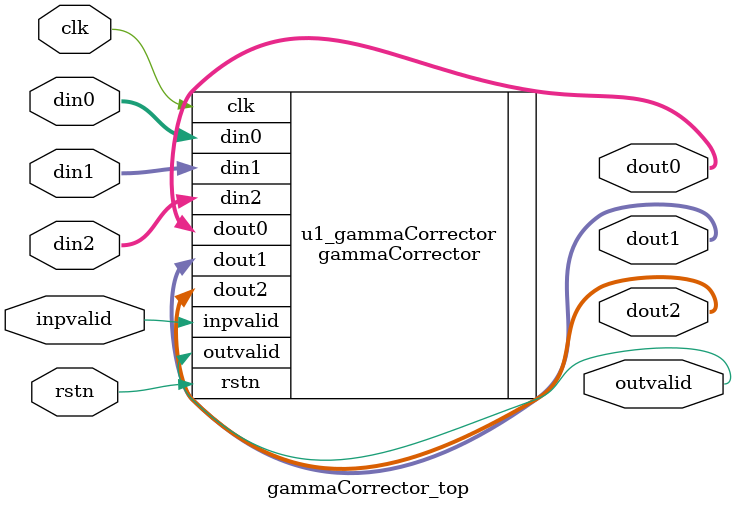
<source format=v>
module gammaCorrector_top (
   //=====INPUTS
   clk,                 // system clock  
   rstn,                // system reset
   inpvalid,            // input data valid signal
   din0,                // first  input color plane 
         din1,          // second input color plane 
         din2,          // third  input color plane 
   
   //=====OUTPUTS
   outvalid,            // output data valid signal
         dout1,         // second output color plane 
         dout2,         // third  output color plane 
   dout0                // first  output color plane 
);

// ------------ input ports
   input                                     clk;
   input                                     rstn;
   input                                     inpvalid;
   input  [12-1:0]                 din0;
         input  [12-1:0]           din1;
         input  [12-1:0]           din2;

// ------------ output ports
   output                                    outvalid;
   output [12-1:0]                 dout0;
         output  [12-1:0]          dout1;
         output  [12-1:0]          dout2;

wire clkin;

//-------Add PLL Instance for timing simulation--------------------------
// ecp5_pll  u1_pll(                  
//          .CLKI               (clk),
//          .RST                (0),
//          .CLKOP              (clkin),
//          .LOCK               ()
//          );  


gammaCorrector u1_gammaCorrector (
   //=====INPUTS
//   .clk              (clkin),               // system clock (for timing simulation)  
   .clk              (clk),                 // system clock  
   .rstn             (rstn),                // system reset
   .inpvalid         (inpvalid),            // input data valid signal
   .din0             (din0),                // first  input color plane 
         .din1       (din1),                // second input color plane 
         .din2       (din2),                // third  input color plane 
   
   //=====OUTPUTS
   .outvalid         (outvalid),            // output data valid signal
         .dout1      (dout1),               // second output color plane 
         .dout2      (dout2),               // third  output color plane 
   .dout0            (dout0)                // first  output color plane 
);
endmodule

</source>
